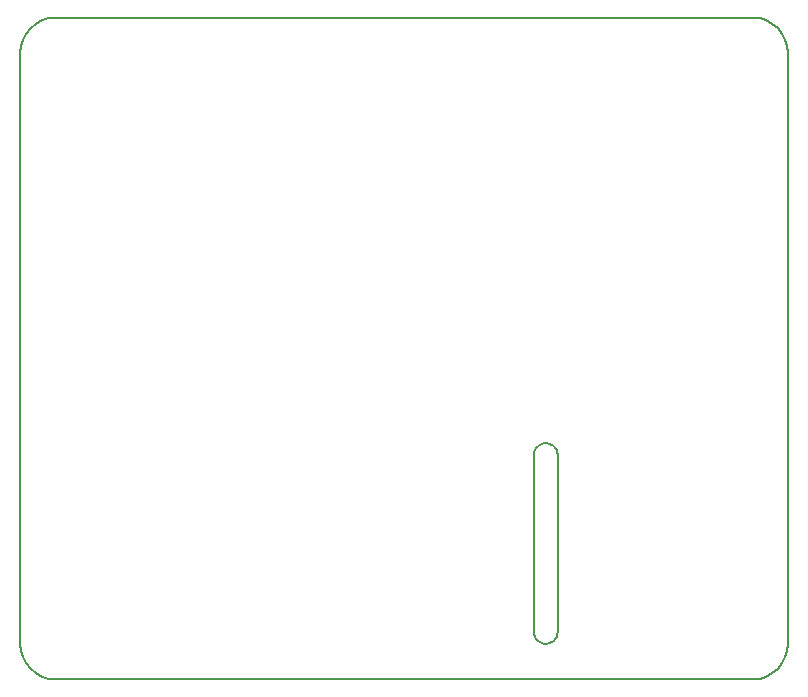
<source format=gko>
G04 Layer_Color=16711935*
%FSLAX43Y43*%
%MOMM*%
G71*
G01*
G75*
%ADD11C,0.200*%
D11*
X65000Y3000D02*
Y16829D01*
X64942Y2415D02*
X65000Y3000D01*
X64772Y1852D02*
X64942Y2415D01*
X64494Y1333D02*
X64772Y1852D01*
X64121Y879D02*
X64494Y1333D01*
X63667Y506D02*
X64121Y879D01*
X63148Y228D02*
X63667Y506D01*
X62585Y58D02*
X63148Y228D01*
X62000Y0D02*
X62585Y58D01*
X3000Y0D02*
X62000D01*
X2415Y58D02*
X3000Y0D01*
X1852Y228D02*
X2415Y58D01*
X1333Y506D02*
X1852Y228D01*
X879Y879D02*
X1333Y506D01*
X506Y1333D02*
X879Y879D01*
X228Y1852D02*
X506Y1333D01*
X58Y2415D02*
X228Y1852D01*
X0Y3000D02*
X58Y2415D01*
X0Y3000D02*
Y53000D01*
X58Y53585D01*
X228Y54148D01*
X506Y54667D01*
X879Y55121D01*
X1333Y55494D01*
X1852Y55772D01*
X2415Y55942D01*
X3000Y56000D01*
X62000D01*
X62585Y55942D01*
X63148Y55772D01*
X63667Y55494D01*
X64121Y55121D01*
X64494Y54667D01*
X64772Y54148D01*
X64942Y53585D01*
X65000Y53000D01*
Y16829D02*
Y53000D01*
X45475Y4000D02*
Y19000D01*
X45453Y19208D02*
X45475Y19000D01*
X45389Y19407D02*
X45453Y19208D01*
X45284Y19588D02*
X45389Y19407D01*
X45144Y19743D02*
X45284Y19588D01*
X44975Y19866D02*
X45144Y19743D01*
X44784Y19951D02*
X44975Y19866D01*
X44580Y19995D02*
X44784Y19951D01*
X44370Y19995D02*
X44580D01*
X44166Y19951D02*
X44370Y19995D01*
X43975Y19866D02*
X44166Y19951D01*
X43806Y19743D02*
X43975Y19866D01*
X43666Y19588D02*
X43806Y19743D01*
X43561Y19407D02*
X43666Y19588D01*
X43497Y19208D02*
X43561Y19407D01*
X43475Y19000D02*
X43497Y19208D01*
X43475Y4000D02*
Y19000D01*
X44580Y3006D02*
X44784Y3049D01*
X44975Y3134D01*
X45144Y3257D01*
X45284Y3412D01*
X45389Y3593D01*
X45453Y3792D01*
X45475Y4000D01*
X43475D02*
X43497Y3792D01*
X43561Y3593D01*
X43666Y3412D01*
X43806Y3257D01*
X43975Y3134D01*
X44166Y3049D01*
X44370Y3006D01*
X44580D01*
M02*

</source>
